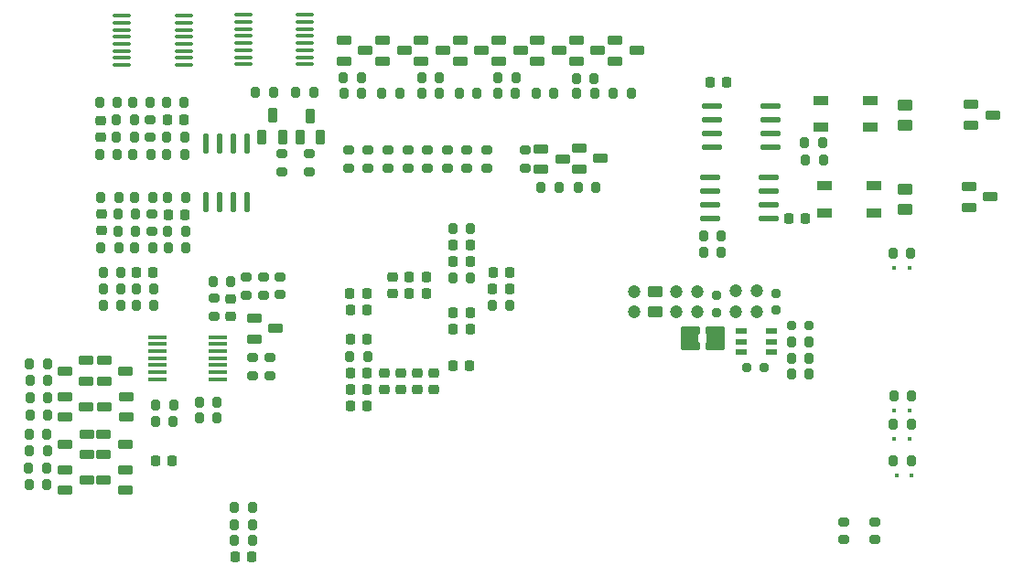
<source format=gbr>
%TF.GenerationSoftware,KiCad,Pcbnew,7.0.9*%
%TF.CreationDate,2025-05-07T10:44:47+08:00*%
%TF.ProjectId,HPM5300RDCRevB,48504d35-3330-4305-9244-43526576422e,REVC*%
%TF.SameCoordinates,Original*%
%TF.FileFunction,Paste,Bot*%
%TF.FilePolarity,Positive*%
%FSLAX46Y46*%
G04 Gerber Fmt 4.6, Leading zero omitted, Abs format (unit mm)*
G04 Created by KiCad (PCBNEW 7.0.9) date 2025-05-07 10:44:47*
%MOMM*%
%LPD*%
G01*
G04 APERTURE LIST*
G04 Aperture macros list*
%AMRoundRect*
0 Rectangle with rounded corners*
0 $1 Rounding radius*
0 $2 $3 $4 $5 $6 $7 $8 $9 X,Y pos of 4 corners*
0 Add a 4 corners polygon primitive as box body*
4,1,4,$2,$3,$4,$5,$6,$7,$8,$9,$2,$3,0*
0 Add four circle primitives for the rounded corners*
1,1,$1+$1,$2,$3*
1,1,$1+$1,$4,$5*
1,1,$1+$1,$6,$7*
1,1,$1+$1,$8,$9*
0 Add four rect primitives between the rounded corners*
20,1,$1+$1,$2,$3,$4,$5,0*
20,1,$1+$1,$4,$5,$6,$7,0*
20,1,$1+$1,$6,$7,$8,$9,0*
20,1,$1+$1,$8,$9,$2,$3,0*%
G04 Aperture macros list end*
%ADD10C,0.120000*%
%ADD11RoundRect,0.050800X-0.625000X-0.350000X0.625000X-0.350000X0.625000X0.350000X-0.625000X0.350000X0*%
%ADD12RoundRect,0.200000X-0.200000X-0.275000X0.200000X-0.275000X0.200000X0.275000X-0.200000X0.275000X0*%
%ADD13RoundRect,0.225000X0.225000X0.250000X-0.225000X0.250000X-0.225000X-0.250000X0.225000X-0.250000X0*%
%ADD14RoundRect,0.200000X0.200000X0.275000X-0.200000X0.275000X-0.200000X-0.275000X0.200000X-0.275000X0*%
%ADD15RoundRect,0.050800X0.625000X0.350000X-0.625000X0.350000X-0.625000X-0.350000X0.625000X-0.350000X0*%
%ADD16RoundRect,0.200000X-0.275000X0.200000X-0.275000X-0.200000X0.275000X-0.200000X0.275000X0.200000X0*%
%ADD17RoundRect,0.225000X-0.225000X-0.250000X0.225000X-0.250000X0.225000X0.250000X-0.225000X0.250000X0*%
%ADD18RoundRect,0.250000X-0.450000X0.262500X-0.450000X-0.262500X0.450000X-0.262500X0.450000X0.262500X0*%
%ADD19RoundRect,0.200000X0.275000X-0.200000X0.275000X0.200000X-0.275000X0.200000X-0.275000X-0.200000X0*%
%ADD20R,1.400000X0.900000*%
%ADD21RoundRect,0.225000X0.250000X-0.225000X0.250000X0.225000X-0.250000X0.225000X-0.250000X-0.225000X0*%
%ADD22R,0.406400X0.406400*%
%ADD23O,1.950000X0.568000*%
%ADD24C,0.950000*%
%ADD25RoundRect,0.225000X-0.250000X0.225000X-0.250000X-0.225000X0.250000X-0.225000X0.250000X0.225000X0*%
%ADD26C,1.200000*%
%ADD27R,1.000000X0.550000*%
%ADD28O,0.568000X1.950000*%
%ADD29O,1.731000X0.343000*%
%ADD30RoundRect,0.050800X-0.350000X0.625000X-0.350000X-0.625000X0.350000X-0.625000X0.350000X0.625000X0*%
%ADD31R,1.635000X2.160000*%
%ADD32RoundRect,0.250000X0.450000X-0.262500X0.450000X0.262500X-0.450000X0.262500X-0.450000X-0.262500X0*%
%ADD33R,1.700000X0.400000*%
G04 APERTURE END LIST*
%TO.C,L12*%
D10*
X175410000Y-110695000D02*
X175410000Y-112655000D01*
X175310000Y-112755000D01*
X173840000Y-112755000D01*
X173740000Y-112655000D01*
X173740000Y-112142000D01*
X173840000Y-112042000D01*
X174231000Y-112042000D01*
X174331000Y-111942000D01*
X174331000Y-111408000D01*
X174231000Y-111308000D01*
X173840000Y-111308000D01*
X173740000Y-111208000D01*
X173740000Y-110695000D01*
X173840000Y-110595000D01*
X175310000Y-110595000D01*
X175410000Y-110695000D01*
G36*
X175410000Y-110695000D02*
G01*
X175410000Y-112655000D01*
X175310000Y-112755000D01*
X173840000Y-112755000D01*
X173740000Y-112655000D01*
X173740000Y-112142000D01*
X173840000Y-112042000D01*
X174231000Y-112042000D01*
X174331000Y-111942000D01*
X174331000Y-111408000D01*
X174231000Y-111308000D01*
X173840000Y-111308000D01*
X173740000Y-111208000D01*
X173740000Y-110695000D01*
X173840000Y-110595000D01*
X175310000Y-110595000D01*
X175410000Y-110695000D01*
G37*
X173110000Y-110695000D02*
X173110000Y-111208000D01*
X173010000Y-111308000D01*
X172619000Y-111308000D01*
X172519000Y-111408000D01*
X172519000Y-111942000D01*
X172619000Y-112042000D01*
X173010000Y-112042000D01*
X173110000Y-112142000D01*
X173110000Y-112655000D01*
X173010000Y-112755000D01*
X171540000Y-112755000D01*
X171440000Y-112655000D01*
X171440000Y-110695000D01*
X171540000Y-110595000D01*
X173010000Y-110595000D01*
X173110000Y-110695000D01*
G36*
X173110000Y-110695000D02*
G01*
X173110000Y-111208000D01*
X173010000Y-111308000D01*
X172619000Y-111308000D01*
X172519000Y-111408000D01*
X172519000Y-111942000D01*
X172619000Y-112042000D01*
X173010000Y-112042000D01*
X173110000Y-112142000D01*
X173110000Y-112655000D01*
X173010000Y-112755000D01*
X171540000Y-112755000D01*
X171440000Y-112655000D01*
X171440000Y-110695000D01*
X171540000Y-110595000D01*
X173010000Y-110595000D01*
X173110000Y-110695000D01*
G37*
%TD*%
D11*
%TO.C,Q7*%
X116457650Y-120573800D03*
X116457650Y-122473800D03*
X114457650Y-121523800D03*
%TD*%
D12*
%TO.C,R60*%
X147435000Y-89050000D03*
X149085000Y-89050000D03*
%TD*%
%TO.C,R71*%
X124010200Y-103300000D03*
X125660200Y-103300000D03*
%TD*%
D13*
%TO.C,C7*%
X124365000Y-123090000D03*
X122815000Y-123090000D03*
%TD*%
D14*
%TO.C,R22*%
X183300000Y-113525000D03*
X181650000Y-113525000D03*
%TD*%
%TO.C,R24*%
X149085000Y-87570000D03*
X147435000Y-87570000D03*
%TD*%
D15*
%TO.C,Q1*%
X131947550Y-111756200D03*
X131947550Y-109856200D03*
X133947550Y-110806200D03*
%TD*%
D12*
%TO.C,R28*%
X158520200Y-97730000D03*
X160170200Y-97730000D03*
%TD*%
D16*
%TO.C,R100*%
X144334692Y-94285000D03*
X144334692Y-95935000D03*
%TD*%
D13*
%TO.C,C46*%
X142370200Y-107520000D03*
X140820200Y-107520000D03*
%TD*%
D12*
%TO.C,R86*%
X117790200Y-98645000D03*
X119440200Y-98645000D03*
%TD*%
D14*
%TO.C,R125*%
X183300000Y-115025000D03*
X181650000Y-115025000D03*
%TD*%
D17*
%TO.C,C43*%
X140860200Y-111830000D03*
X142410200Y-111830000D03*
%TD*%
D18*
%TO.C,R91*%
X192160000Y-90117500D03*
X192160000Y-91942500D03*
%TD*%
D12*
%TO.C,R83*%
X119210200Y-93080000D03*
X120860200Y-93080000D03*
%TD*%
D13*
%TO.C,C38*%
X151920200Y-109310000D03*
X150370200Y-109310000D03*
%TD*%
D12*
%TO.C,R17*%
X121030200Y-107170000D03*
X122680200Y-107170000D03*
%TD*%
D13*
%TO.C,C59*%
X142425000Y-117970000D03*
X140875000Y-117970000D03*
%TD*%
D19*
%TO.C,R80*%
X122355200Y-93105000D03*
X122355200Y-91455000D03*
%TD*%
D14*
%TO.C,R25*%
X152553826Y-89050000D03*
X150903826Y-89050000D03*
%TD*%
%TO.C,R64*%
X112860200Y-118790000D03*
X111210200Y-118790000D03*
%TD*%
D13*
%TO.C,C1*%
X131715000Y-131970000D03*
X130165000Y-131970000D03*
%TD*%
%TO.C,C36*%
X151890200Y-114220000D03*
X150340200Y-114220000D03*
%TD*%
D20*
%TO.C,L1*%
X184700000Y-100090000D03*
X184700000Y-97590000D03*
X189260000Y-97590000D03*
X189260000Y-100090000D03*
%TD*%
D16*
%TO.C,R105*%
X157040000Y-94275000D03*
X157040000Y-95925000D03*
%TD*%
D21*
%TO.C,C51*%
X147035200Y-116475000D03*
X147035200Y-114925000D03*
%TD*%
D16*
%TO.C,R48*%
X134350000Y-106025000D03*
X134350000Y-107675000D03*
%TD*%
D14*
%TO.C,R27*%
X159689510Y-89050000D03*
X158039510Y-89050000D03*
%TD*%
D15*
%TO.C,Q11*%
X140245200Y-86020000D03*
X140245200Y-84120000D03*
X142245200Y-85070000D03*
%TD*%
D22*
%TO.C,D8*%
X192575024Y-105148984D03*
X191174976Y-105148984D03*
%TD*%
D11*
%TO.C,Q9*%
X116425200Y-113770000D03*
X116425200Y-115670000D03*
X114425200Y-114720000D03*
%TD*%
D14*
%TO.C,R116*%
X137445000Y-88960000D03*
X135795000Y-88960000D03*
%TD*%
D16*
%TO.C,R98*%
X140680000Y-94285000D03*
X140680000Y-95935000D03*
%TD*%
D23*
%TO.C,U10*%
X174295000Y-93988500D03*
X174295000Y-92718500D03*
X174295000Y-91448500D03*
X174295000Y-90178500D03*
X179705000Y-90178500D03*
X179705000Y-91448500D03*
X179705000Y-92718500D03*
X179705000Y-93988500D03*
%TD*%
D18*
%TO.C,FB1*%
X169050000Y-107412500D03*
X169050000Y-109237500D03*
%TD*%
D12*
%TO.C,R124*%
X191100000Y-123075000D03*
X192750000Y-123075000D03*
%TD*%
D17*
%TO.C,C44*%
X140830200Y-109070000D03*
X142380200Y-109070000D03*
%TD*%
D14*
%TO.C,R85*%
X119420200Y-103295000D03*
X117770200Y-103295000D03*
%TD*%
%TO.C,R55*%
X124515000Y-117910000D03*
X122865000Y-117910000D03*
%TD*%
D12*
%TO.C,R90*%
X173525000Y-103750000D03*
X175175000Y-103750000D03*
%TD*%
%TO.C,R61*%
X111150200Y-120600000D03*
X112800200Y-120600000D03*
%TD*%
%TO.C,R15*%
X181650000Y-112041666D03*
X183300000Y-112041666D03*
%TD*%
D15*
%TO.C,Q6*%
X114475200Y-125800000D03*
X114475200Y-123900000D03*
X116475200Y-124850000D03*
%TD*%
D16*
%TO.C,R50*%
X131230000Y-106035000D03*
X131230000Y-107685000D03*
%TD*%
D12*
%TO.C,R81*%
X119350200Y-101765000D03*
X121000200Y-101765000D03*
%TD*%
%TO.C,R67*%
X111210200Y-117190000D03*
X112860200Y-117190000D03*
%TD*%
D14*
%TO.C,R110*%
X184555000Y-93620000D03*
X182905000Y-93620000D03*
%TD*%
D19*
%TO.C,R79*%
X122505200Y-101800000D03*
X122505200Y-100150000D03*
%TD*%
D24*
%TO.C,C84*%
X174725000Y-109300000D03*
X174725000Y-107750000D03*
%TD*%
D15*
%TO.C,Q10*%
X143828757Y-86020000D03*
X143828757Y-84120000D03*
X145828757Y-85070000D03*
%TD*%
D13*
%TO.C,C61*%
X155615000Y-105610000D03*
X154065000Y-105610000D03*
%TD*%
D12*
%TO.C,FB4*%
X150340200Y-106120000D03*
X151990200Y-106120000D03*
%TD*%
D21*
%TO.C,C15*%
X117845200Y-101740000D03*
X117845200Y-100190000D03*
%TD*%
D17*
%TO.C,C49*%
X146320200Y-107590000D03*
X147870200Y-107590000D03*
%TD*%
D15*
%TO.C,Q15*%
X158162985Y-86020000D03*
X158162985Y-84120000D03*
X160162985Y-85070000D03*
%TD*%
%TO.C,Q16*%
X158505200Y-96080000D03*
X158505200Y-94180000D03*
X160505200Y-95130000D03*
%TD*%
D12*
%TO.C,R78*%
X120720200Y-89890000D03*
X122370200Y-89890000D03*
%TD*%
D14*
%TO.C,R40*%
X166825200Y-89050000D03*
X165175200Y-89050000D03*
%TD*%
D12*
%TO.C,R58*%
X140255000Y-89050000D03*
X141905000Y-89050000D03*
%TD*%
D17*
%TO.C,C6*%
X121060200Y-105640000D03*
X122610200Y-105640000D03*
%TD*%
D14*
%TO.C,R8*%
X131775000Y-130440000D03*
X130125000Y-130440000D03*
%TD*%
%TO.C,R3*%
X131800000Y-128940000D03*
X130150000Y-128940000D03*
%TD*%
D12*
%TO.C,R62*%
X111180200Y-114040000D03*
X112830200Y-114040000D03*
%TD*%
D16*
%TO.C,R30*%
X186535200Y-128685000D03*
X186535200Y-130335000D03*
%TD*%
%TO.C,R42*%
X131850000Y-113515000D03*
X131850000Y-115165000D03*
%TD*%
D12*
%TO.C,R65*%
X111100200Y-123700000D03*
X112750200Y-123700000D03*
%TD*%
D17*
%TO.C,C22*%
X150370200Y-104630000D03*
X151920200Y-104630000D03*
%TD*%
D12*
%TO.C,R94*%
X173530000Y-102190000D03*
X175180000Y-102190000D03*
%TD*%
D15*
%TO.C,Q2*%
X118035200Y-122480000D03*
X118035200Y-120580000D03*
X120035200Y-121530000D03*
%TD*%
D17*
%TO.C,C63*%
X140865200Y-114910000D03*
X142415200Y-114910000D03*
%TD*%
D16*
%TO.C,R20*%
X128250000Y-108015000D03*
X128250000Y-109665000D03*
%TD*%
D12*
%TO.C,R7*%
X130145000Y-127390000D03*
X131795000Y-127390000D03*
%TD*%
D16*
%TO.C,R31*%
X189405200Y-128690000D03*
X189405200Y-130340000D03*
%TD*%
D14*
%TO.C,R70*%
X125520200Y-93090000D03*
X123870200Y-93090000D03*
%TD*%
D25*
%TO.C,C48*%
X148575200Y-114925000D03*
X148575200Y-116475000D03*
%TD*%
D14*
%TO.C,R117*%
X133755000Y-88910000D03*
X132105000Y-88910000D03*
%TD*%
%TO.C,R26*%
X156175000Y-87590000D03*
X154525000Y-87590000D03*
%TD*%
%TO.C,R109*%
X184605000Y-95200000D03*
X182955000Y-95200000D03*
%TD*%
D17*
%TO.C,C14*%
X123910200Y-91510000D03*
X125460200Y-91510000D03*
%TD*%
D14*
%TO.C,R37*%
X142460200Y-113370000D03*
X140810200Y-113370000D03*
%TD*%
D26*
%TO.C,C80*%
X178500000Y-109240000D03*
X178500000Y-107340000D03*
%TD*%
D14*
%TO.C,R39*%
X163405000Y-87630000D03*
X161755000Y-87630000D03*
%TD*%
D24*
%TO.C,C83*%
X183250000Y-110550000D03*
X181700000Y-110550000D03*
%TD*%
D27*
%TO.C,U16*%
X177000000Y-112950000D03*
X177000000Y-112000000D03*
X177000000Y-111050000D03*
X179800000Y-111050000D03*
X179800000Y-112000000D03*
X179800000Y-112950000D03*
%TD*%
D14*
%TO.C,R87*%
X119300200Y-94710000D03*
X117650200Y-94710000D03*
%TD*%
D15*
%TO.C,Q3*%
X118075200Y-115670000D03*
X118075200Y-113770000D03*
X120075200Y-114720000D03*
%TD*%
D26*
%TO.C,C86*%
X171000000Y-109255000D03*
X171000000Y-107355000D03*
%TD*%
D15*
%TO.C,Q8*%
X114425200Y-119020000D03*
X114425200Y-117120000D03*
X116425200Y-118070000D03*
%TD*%
D21*
%TO.C,C8*%
X129740000Y-109645000D03*
X129740000Y-108095000D03*
%TD*%
D13*
%TO.C,C45*%
X142420200Y-116460000D03*
X140870200Y-116460000D03*
%TD*%
D25*
%TO.C,C47*%
X145505200Y-114925000D03*
X145505200Y-116475000D03*
%TD*%
D16*
%TO.C,R99*%
X142507346Y-94285000D03*
X142507346Y-95935000D03*
%TD*%
D15*
%TO.C,Q17*%
X161995200Y-96000000D03*
X161995200Y-94100000D03*
X163995200Y-95050000D03*
%TD*%
D24*
%TO.C,C82*%
X179115000Y-114450000D03*
X177565000Y-114450000D03*
%TD*%
D12*
%TO.C,R84*%
X119200200Y-91500000D03*
X120850200Y-91500000D03*
%TD*%
%TO.C,R56*%
X122805000Y-119410000D03*
X124455000Y-119410000D03*
%TD*%
D17*
%TO.C,C13*%
X124025200Y-100240000D03*
X125575200Y-100240000D03*
%TD*%
D26*
%TO.C,C87*%
X167100000Y-107355000D03*
X167100000Y-109255000D03*
%TD*%
D14*
%TO.C,R47*%
X119620200Y-108660000D03*
X117970200Y-108660000D03*
%TD*%
%TO.C,R44*%
X122670200Y-108680000D03*
X121020200Y-108680000D03*
%TD*%
D12*
%TO.C,R76*%
X120900200Y-98650000D03*
X122550200Y-98650000D03*
%TD*%
D17*
%TO.C,C40*%
X150390200Y-103090000D03*
X151940200Y-103090000D03*
%TD*%
D12*
%TO.C,R72*%
X123870200Y-94710000D03*
X125520200Y-94710000D03*
%TD*%
D28*
%TO.C,U6*%
X131333700Y-99105000D03*
X130063700Y-99105000D03*
X128793700Y-99105000D03*
X127523700Y-99105000D03*
X127523700Y-93695000D03*
X128793700Y-93695000D03*
X130063700Y-93695000D03*
X131333700Y-93695000D03*
%TD*%
D13*
%TO.C,C20*%
X175675000Y-87990000D03*
X174125000Y-87990000D03*
%TD*%
D19*
%TO.C,R92*%
X146162038Y-95935000D03*
X146162038Y-94285000D03*
%TD*%
D12*
%TO.C,R74*%
X123850200Y-89900000D03*
X125500200Y-89900000D03*
%TD*%
D15*
%TO.C,Q18*%
X161746542Y-86020000D03*
X161746542Y-84120000D03*
X163746542Y-85070000D03*
%TD*%
D20*
%TO.C,L5*%
X184390000Y-92170000D03*
X184390000Y-89670000D03*
X188950000Y-89670000D03*
X188950000Y-92170000D03*
%TD*%
D21*
%TO.C,C19*%
X117715200Y-93075000D03*
X117715200Y-91525000D03*
%TD*%
D14*
%TO.C,R29*%
X163575000Y-97750000D03*
X161925000Y-97750000D03*
%TD*%
D12*
%TO.C,R121*%
X191050000Y-103825000D03*
X192700000Y-103825000D03*
%TD*%
D14*
%TO.C,R66*%
X112805200Y-122140000D03*
X111155200Y-122140000D03*
%TD*%
D17*
%TO.C,C21*%
X181400000Y-100575000D03*
X182950000Y-100575000D03*
%TD*%
D12*
%TO.C,R77*%
X120750200Y-94700000D03*
X122400200Y-94700000D03*
%TD*%
%TO.C,R41*%
X128165000Y-106490000D03*
X129815000Y-106490000D03*
%TD*%
D15*
%TO.C,Q19*%
X165330100Y-86020000D03*
X165330100Y-84120000D03*
X167330100Y-85070000D03*
%TD*%
%TO.C,D1*%
X198070000Y-99560000D03*
X198070000Y-97660000D03*
X200070000Y-98610000D03*
%TD*%
D13*
%TO.C,C57*%
X155575000Y-107120000D03*
X154025000Y-107120000D03*
%TD*%
D22*
%TO.C,D4*%
X192800024Y-124398984D03*
X191399976Y-124398984D03*
%TD*%
D12*
%TO.C,R73*%
X123970200Y-98630000D03*
X125620200Y-98630000D03*
%TD*%
D29*
%TO.C,U14*%
X136672000Y-81770000D03*
X136672000Y-82420000D03*
X136672000Y-83070000D03*
X136672000Y-83720000D03*
X136672000Y-84370000D03*
X136672000Y-85020000D03*
X136672000Y-85670000D03*
X136672000Y-86320000D03*
X130940000Y-86320000D03*
X130940000Y-85670000D03*
X130940000Y-85020000D03*
X130940000Y-84370000D03*
X130940000Y-83720000D03*
X130940000Y-83070000D03*
X130940000Y-82420000D03*
X130940000Y-81770000D03*
%TD*%
D12*
%TO.C,R88*%
X117630200Y-89890000D03*
X119280200Y-89890000D03*
%TD*%
%TO.C,R122*%
X191125000Y-117075000D03*
X192775000Y-117075000D03*
%TD*%
D14*
%TO.C,R18*%
X145418142Y-89050000D03*
X143768142Y-89050000D03*
%TD*%
D12*
%TO.C,R75*%
X120920200Y-103310000D03*
X122570200Y-103310000D03*
%TD*%
D19*
%TO.C,R119*%
X134480000Y-96265000D03*
X134480000Y-94615000D03*
%TD*%
D23*
%TO.C,U11*%
X174125000Y-100598500D03*
X174125000Y-99328500D03*
X174125000Y-98058500D03*
X174125000Y-96788500D03*
X179535000Y-96788500D03*
X179535000Y-98058500D03*
X179535000Y-99328500D03*
X179535000Y-100598500D03*
%TD*%
D17*
%TO.C,C54*%
X150370200Y-110850000D03*
X151920200Y-110850000D03*
%TD*%
D14*
%TO.C,FB6*%
X151970200Y-101530000D03*
X150320200Y-101530000D03*
%TD*%
D13*
%TO.C,C55*%
X147870200Y-106040000D03*
X146320200Y-106040000D03*
%TD*%
D15*
%TO.C,Q12*%
X147412314Y-86020000D03*
X147412314Y-84120000D03*
X149412314Y-85070000D03*
%TD*%
D30*
%TO.C,Q20*%
X134586200Y-93062450D03*
X132686200Y-93062450D03*
X133636200Y-91062450D03*
%TD*%
D15*
%TO.C,Q14*%
X154579428Y-86020000D03*
X154579428Y-84120000D03*
X156579428Y-85070000D03*
%TD*%
D14*
%TO.C,R54*%
X128540000Y-119090000D03*
X126890000Y-119090000D03*
%TD*%
D12*
%TO.C,R123*%
X191100000Y-119675000D03*
X192750000Y-119675000D03*
%TD*%
D19*
%TO.C,R96*%
X151644076Y-95935000D03*
X151644076Y-94285000D03*
%TD*%
D14*
%TO.C,R23*%
X141885000Y-87570000D03*
X140235000Y-87570000D03*
%TD*%
%TO.C,R46*%
X119630200Y-107150000D03*
X117980200Y-107150000D03*
%TD*%
D12*
%TO.C,R53*%
X126890000Y-117600000D03*
X128540000Y-117600000D03*
%TD*%
D15*
%TO.C,D5*%
X198290000Y-91960000D03*
X198290000Y-90060000D03*
X200290000Y-91010000D03*
%TD*%
D19*
%TO.C,R118*%
X137040000Y-96285000D03*
X137040000Y-94635000D03*
%TD*%
%TO.C,R95*%
X149816730Y-95935000D03*
X149816730Y-94285000D03*
%TD*%
D12*
%TO.C,R35*%
X153975000Y-108630000D03*
X155625000Y-108630000D03*
%TD*%
D14*
%TO.C,R68*%
X112850200Y-115640000D03*
X111200200Y-115640000D03*
%TD*%
D29*
%TO.C,U15*%
X125446000Y-81835000D03*
X125446000Y-82485000D03*
X125446000Y-83135000D03*
X125446000Y-83785000D03*
X125446000Y-84435000D03*
X125446000Y-85085000D03*
X125446000Y-85735000D03*
X125446000Y-86385000D03*
X119714000Y-86385000D03*
X119714000Y-85735000D03*
X119714000Y-85085000D03*
X119714000Y-84435000D03*
X119714000Y-83785000D03*
X119714000Y-83135000D03*
X119714000Y-82485000D03*
X119714000Y-81835000D03*
%TD*%
D14*
%TO.C,R69*%
X125605200Y-101760000D03*
X123955200Y-101760000D03*
%TD*%
%TO.C,R63*%
X112780200Y-125270000D03*
X111130200Y-125270000D03*
%TD*%
D22*
%TO.C,D6*%
X192600024Y-120998984D03*
X191199976Y-120998984D03*
%TD*%
D24*
%TO.C,C79*%
X180250000Y-109100000D03*
X180250000Y-107550000D03*
%TD*%
D12*
%TO.C,R106*%
X161805000Y-89050000D03*
X163455000Y-89050000D03*
%TD*%
D31*
%TO.C,L12*%
X174593000Y-111675000D03*
X172257000Y-111675000D03*
%TD*%
D11*
%TO.C,Q5*%
X120105200Y-117110000D03*
X120105200Y-119010000D03*
X118105200Y-118060000D03*
%TD*%
D19*
%TO.C,R93*%
X147989384Y-95935000D03*
X147989384Y-94285000D03*
%TD*%
D12*
%TO.C,R45*%
X117980200Y-105600000D03*
X119630200Y-105600000D03*
%TD*%
%TO.C,R82*%
X119360200Y-100215000D03*
X121010200Y-100215000D03*
%TD*%
D32*
%TO.C,R89*%
X192160000Y-99742500D03*
X192160000Y-97917500D03*
%TD*%
D30*
%TO.C,Q21*%
X138106200Y-93102450D03*
X136206200Y-93102450D03*
X137156200Y-91102450D03*
%TD*%
D26*
%TO.C,C85*%
X172975000Y-109255000D03*
X172975000Y-107355000D03*
%TD*%
D12*
%TO.C,R104*%
X154495000Y-89050000D03*
X156145000Y-89050000D03*
%TD*%
D26*
%TO.C,C81*%
X176500000Y-109240000D03*
X176500000Y-107340000D03*
%TD*%
D22*
%TO.C,D7*%
X192600024Y-118373984D03*
X191199976Y-118373984D03*
%TD*%
D11*
%TO.C,Q4*%
X120017650Y-123873800D03*
X120017650Y-125773800D03*
X118017650Y-124823800D03*
%TD*%
D19*
%TO.C,R97*%
X153471428Y-95935000D03*
X153471428Y-94285000D03*
%TD*%
%TO.C,R43*%
X133420000Y-115135000D03*
X133420000Y-113485000D03*
%TD*%
D25*
%TO.C,C62*%
X144790000Y-106025000D03*
X144790000Y-107575000D03*
%TD*%
D15*
%TO.C,Q13*%
X150995871Y-86020000D03*
X150995871Y-84120000D03*
X152995871Y-85070000D03*
%TD*%
D33*
%TO.C,U5*%
X128620000Y-111590000D03*
X128620000Y-112240000D03*
X128620000Y-112890000D03*
X128620000Y-113540000D03*
X128620000Y-114190000D03*
X128620000Y-114840000D03*
X128620000Y-115490000D03*
X123020000Y-115490000D03*
X123020000Y-114840000D03*
X123020000Y-114190000D03*
X123020000Y-113540000D03*
X123020000Y-112890000D03*
X123020000Y-112240000D03*
X123020000Y-111590000D03*
%TD*%
D19*
%TO.C,R49*%
X132820000Y-107685000D03*
X132820000Y-106035000D03*
%TD*%
D21*
%TO.C,C50*%
X143965200Y-116470000D03*
X143965200Y-114920000D03*
%TD*%
M02*

</source>
